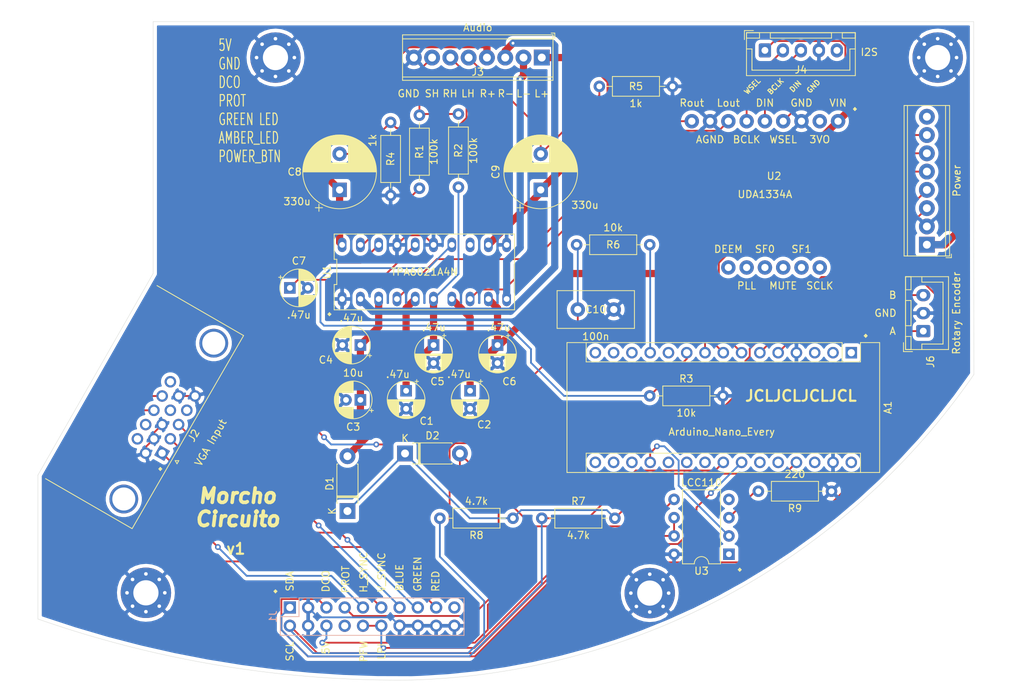
<source format=kicad_pcb>
(kicad_pcb (version 20171130) (host pcbnew "(5.1.10)-1")
  (layers (0 F.Cu signal) (31 B.Cu signal) (34 B.Paste user) (35 F.Paste user) (36 B.SilkS user) (37 F.SilkS user) (38 B.Mask user) (39 F.Mask user) (44 Edge.Cuts user))
  (net 0 "")
  (net 1 GND)
  (net 2 5V_TRICKLE)
  (net 3 "Net-(A1-Pad12)")
  (net 4 "Net-(C1-Pad1)")
  (net 5 "Net-(C2-Pad1)")
  (net 6 "Net-(C7-Pad1)")
  (net 7 RHEAD)
  (net 8 RSPKR+)
  (net 9 LHEAD)
  (net 10 LSPKR+)
  (net 11 VOLUME)
  (net 12 SHEAD)
  (net 13 LSPKR-)
  (net 14 RSPKR-)
  (net 15 "Net-(R1-Pad2)")
  (net 16 LIN)
  (net 17 RIN)
  (net 18 LPIACT)
  (net 19 GREEN_LED)
  (net 20 AMBER_LED)
  (net 21 POWER_BTN)
  (net 22 IVAD_SDA)
  (net 23 ROT_A)
  (net 24 IVAD_SCL)
  (net 25 ROT_B)
  (net 26 AMP_ACTIVE)
  (net 27 5V_MCU)
  (net 28 5V_PSU)
  (net 29 RED)
  (net 30 GREEN)
  (net 31 BLUE)
  (net 32 V_SYNC)
  (net 33 H_SYNC)
  (net 34 PROT)
  (net 35 DCO)
  (net 36 I2S_DIN)
  (net 37 I2S_BCLK)
  (net 38 I2S_WSEL)
  (net 39 POWER_EN)
  (net 40 "Net-(R9-Pad2)")
  (module Resistor_THT:R_Axial_DIN0207_L6.3mm_D2.5mm_P10.16mm_Horizontal (layer F.Cu) (at 186.25 112.25 180)
    (fp_text reference R9 (at 5.08 -2.37) (layer F.SilkS))
    (fp_text value 220 (at 5.08 2.37) (layer F.SilkS))
    (pad 2 thru_hole oval (at 10.16 0 180) (size 1.6 1.6) (drill 0.8) (layers *.Cu *.Mask) (net 40 "Net-(R9-Pad2)"))
    (pad 1 thru_hole circle (at 0 0 180) (size 1.6 1.6) (drill 0.8) (layers *.Cu *.Mask) (net 1 GND))
  )
  (module Package_DIP:DIP-8_W7.62mm (layer F.Cu) (at 172 121 180)
    (fp_text reference U3 (at 3.81 -2.33) (layer F.SilkS))
    (fp_text value LCC110 (at 3.81 9.95) (layer F.SilkS))
    (pad 8 thru_hole oval (at 7.62 0 180) (size 1.6 1.6) (drill 0.8) (layers *.Cu *.Mask) (net 1 GND))
    (pad 4 thru_hole oval (at 0 7.62 180) (size 1.6 1.6) (drill 0.8) (layers *.Cu *.Mask))
    (pad 7 thru_hole oval (at 7.62 2.54 180) (size 1.6 1.6) (drill 0.8) (layers *.Cu *.Mask) (net 18 LPIACT))
    (pad 3 thru_hole oval (at 0 5.08 180) (size 1.6 1.6) (drill 0.8) (layers *.Cu *.Mask) (net 40 "Net-(R9-Pad2)"))
    (pad 6 thru_hole oval (at 7.62 5.08 180) (size 1.6 1.6) (drill 0.8) (layers *.Cu *.Mask) (net 18 LPIACT))
    (pad 2 thru_hole oval (at 0 2.54 180) (size 1.6 1.6) (drill 0.8) (layers *.Cu *.Mask) (net 39 POWER_EN))
    (pad 5 thru_hole oval (at 7.62 7.62 180) (size 1.6 1.6) (drill 0.8) (layers *.Cu *.Mask) (net 2 5V_TRICKLE))
    (pad 1 thru_hole rect (at 0 0 180) (size 1.6 1.6) (drill 0.8) (layers *.Cu *.Mask))
  )
  (module Connector_Dsub:DSUB-15-HD_Female_Horizontal_P2.29x1.98mm_EdgePinOffset8.35mm_Housed_MountingHolesOffset10.89mm (layer F.Cu) (at 93.25 106.95 240)
    (fp_text reference J2 (at -4.315 -2.58 60) (layer F.SilkS))
    (fp_text value "VGA Input" (at -4.630737 -5.120671 60) (layer F.SilkS))
    (pad 0 thru_hole circle (at 8.185 1.42 240) (size 4 4) (drill 3.2) (layers *.Cu *.Mask))
    (pad 0 thru_hole circle (at -16.815 1.42 240) (size 4 4) (drill 3.2) (layers *.Cu *.Mask))
    (pad 15 thru_hole circle (at -9.16 3.96 240) (size 1.6 1.6) (drill 1) (layers *.Cu *.Mask))
    (pad 14 thru_hole circle (at -6.87 3.96 240) (size 1.6 1.6) (drill 1) (layers *.Cu *.Mask) (net 32 V_SYNC))
    (pad 13 thru_hole circle (at -4.58 3.96 240) (size 1.6 1.6) (drill 1) (layers *.Cu *.Mask) (net 33 H_SYNC))
    (pad 12 thru_hole circle (at -2.29 3.96 240) (size 1.6 1.6) (drill 1) (layers *.Cu *.Mask))
    (pad 11 thru_hole circle (at 0 3.96 240) (size 1.6 1.6) (drill 1) (layers *.Cu *.Mask))
    (pad 10 thru_hole circle (at -8.015 1.98 240) (size 1.6 1.6) (drill 1) (layers *.Cu *.Mask) (net 1 GND))
    (pad 9 thru_hole circle (at -5.725 1.98 240) (size 1.6 1.6) (drill 1) (layers *.Cu *.Mask))
    (pad 8 thru_hole circle (at -3.435 1.98 240) (size 1.6 1.6) (drill 1) (layers *.Cu *.Mask) (net 1 GND))
    (pad 7 thru_hole circle (at -1.145 1.98 240) (size 1.6 1.6) (drill 1) (layers *.Cu *.Mask) (net 1 GND))
    (pad 6 thru_hole circle (at 1.145 1.98 240) (size 1.6 1.6) (drill 1) (layers *.Cu *.Mask) (net 1 GND))
    (pad 5 thru_hole circle (at -9.16 0 240) (size 1.6 1.6) (drill 1) (layers *.Cu *.Mask) (net 1 GND))
    (pad 4 thru_hole circle (at -6.87 0 240) (size 1.6 1.6) (drill 1) (layers *.Cu *.Mask))
    (pad 3 thru_hole circle (at -4.58 0 240) (size 1.6 1.6) (drill 1) (layers *.Cu *.Mask) (net 31 BLUE))
    (pad 2 thru_hole circle (at -2.29 0 240) (size 1.6 1.6) (drill 1) (layers *.Cu *.Mask) (net 30 GREEN))
    (pad 1 thru_hole rect (at 0 0 240) (size 1.6 1.6) (drill 1) (layers *.Cu *.Mask) (net 29 RED))
  )
  (module MiSTer-G3:UDA1334_Breakout (layer F.Cu) (at 177 71 180)
    (fp_text reference U2 (at -1.27 2.54 180) (layer F.SilkS))
    (fp_text value UDA1334A (at 0 0) (layer F.SilkS))
    (fp_text user DEEM (at 5.08 -7.62) (layer F.SilkS))
    (fp_text user PLL (at 2.54 -12.7) (layer F.SilkS))
    (fp_text user SF0 (at 0 -7.62) (layer F.SilkS))
    (fp_text user MUTE (at -2.54 -12.7) (layer F.SilkS))
    (fp_text user SF1 (at -5.08 -7.62) (layer F.SilkS))
    (fp_text user SCLK (at -7.62 -12.7) (layer F.SilkS))
    (fp_text user Rout (at 10.16 12.7) (layer F.SilkS))
    (fp_text user AGND (at 7.62 7.62) (layer F.SilkS))
    (fp_text user Lout (at 5.08 12.7) (layer F.SilkS))
    (fp_text user BCLK (at 2.54 7.62) (layer F.SilkS))
    (fp_text user DIN (at 0 12.7) (layer F.SilkS))
    (fp_text user WSEL (at -2.54 7.62) (layer F.SilkS))
    (fp_text user GND (at -5.08 12.7) (layer F.SilkS))
    (fp_text user 3VO (at -7.62 7.62) (layer F.SilkS))
    (fp_text user VIN (at -10.16 12.7) (layer F.SilkS))
    (pad 9 thru_hole circle (at 10.16 10.16 180) (size 2 2) (drill 1) (layers *.Cu *.Mask) (net 17 RIN))
    (pad 8 thru_hole circle (at 7.62 10.16 180) (size 2 2) (drill 1) (layers *.Cu *.Mask) (net 1 GND))
    (pad 7 thru_hole circle (at 5.08 10.16 180) (size 2 2) (drill 1) (layers *.Cu *.Mask) (net 16 LIN))
    (pad 12 thru_hole circle (at 5.08 -10.16 180) (size 2 2) (drill 1) (layers *.Cu *.Mask))
    (pad 6 thru_hole circle (at 2.54 10.16 180) (size 2 2) (drill 1) (layers *.Cu *.Mask) (net 37 I2S_BCLK))
    (pad 13 thru_hole circle (at 2.54 -10.16 180) (size 2 2) (drill 1) (layers *.Cu *.Mask))
    (pad 5 thru_hole circle (at 0 10.16 180) (size 2 2) (drill 1) (layers *.Cu *.Mask) (net 36 I2S_DIN))
    (pad 14 thru_hole circle (at 0 -10.16 180) (size 2 2) (drill 1) (layers *.Cu *.Mask))
    (pad 4 thru_hole circle (at -2.54 10.16 180) (size 2 2) (drill 1) (layers *.Cu *.Mask) (net 38 I2S_WSEL))
    (pad 15 thru_hole circle (at -2.54 -10.16 180) (size 2 2) (drill 1) (layers *.Cu *.Mask))
    (pad 3 thru_hole circle (at -5.08 10.16 180) (size 2 2) (drill 1) (layers *.Cu *.Mask) (net 1 GND))
    (pad 16 thru_hole circle (at -5.08 -10.16 180) (size 2 2) (drill 1) (layers *.Cu *.Mask))
    (pad 2 thru_hole circle (at -7.62 10.16 180) (size 2 2) (drill 1) (layers *.Cu *.Mask))
    (pad 17 thru_hole circle (at -7.62 -10.16 180) (size 2 2) (drill 1) (layers *.Cu *.Mask))
    (pad 1 thru_hole circle (at -10.16 10.16 180) (size 2 2) (drill 1) (layers *.Cu *.Mask) (net 28 5V_PSU))
  )
  (module Resistor_THT:R_Axial_DIN0207_L6.3mm_D2.5mm_P10.16mm_Horizontal (layer F.Cu) (at 142 116 180)
    (fp_text reference R8 (at 5.08 -2.37) (layer F.SilkS))
    (fp_text value 4.7k (at 5.08 2.37) (layer F.SilkS))
    (pad 2 thru_hole oval (at 10.16 0 180) (size 1.6 1.6) (drill 0.8) (layers *.Cu *.Mask) (net 24 IVAD_SCL))
    (pad 1 thru_hole circle (at 0 0 180) (size 1.6 1.6) (drill 0.8) (layers *.Cu *.Mask) (net 27 5V_MCU))
  )
  (module Resistor_THT:R_Axial_DIN0207_L6.3mm_D2.5mm_P10.16mm_Horizontal (layer F.Cu) (at 146 116)
    (fp_text reference R7 (at 5.08 -2.37) (layer F.SilkS))
    (fp_text value 4.7k (at 5.08 2.37) (layer F.SilkS))
    (pad 2 thru_hole oval (at 10.16 0) (size 1.6 1.6) (drill 0.8) (layers *.Cu *.Mask) (net 27 5V_MCU))
    (pad 1 thru_hole circle (at 0 0) (size 1.6 1.6) (drill 0.8) (layers *.Cu *.Mask) (net 22 IVAD_SDA))
  )
  (module Resistor_THT:R_Axial_DIN0207_L6.3mm_D2.5mm_P10.16mm_Horizontal (layer F.Cu) (at 161 78 180)
    (fp_text reference R6 hide)
    (fp_text value 10k (at 5.08 2.37) (layer F.SilkS))
    (fp_text user %R (at 5.08 0) (layer F.SilkS))
    (pad 2 thru_hole oval (at 10.16 0 180) (size 1.6 1.6) (drill 0.8) (layers *.Cu *.Mask) (net 11 VOLUME))
    (pad 1 thru_hole circle (at 0 0 180) (size 1.6 1.6) (drill 0.8) (layers *.Cu *.Mask) (net 3 "Net-(A1-Pad12)"))
  )
  (module Resistor_THT:R_Axial_DIN0207_L6.3mm_D2.5mm_P10.16mm_Horizontal (layer F.Cu) (at 154 56)
    (fp_text reference R5 hide)
    (fp_text value 1k (at 5.08 2.37) (layer F.SilkS))
    (fp_text user %R (at 5.08 0) (layer F.SilkS))
    (pad 2 thru_hole oval (at 10.16 0) (size 1.6 1.6) (drill 0.8) (layers *.Cu *.Mask) (net 1 GND))
    (pad 1 thru_hole circle (at 0 0) (size 1.6 1.6) (drill 0.8) (layers *.Cu *.Mask) (net 9 LHEAD))
  )
  (module Resistor_THT:R_Axial_DIN0207_L6.3mm_D2.5mm_P10.16mm_Horizontal (layer F.Cu) (at 125 61 270)
    (fp_text reference R4 hide)
    (fp_text value 1k (at 2.5 2.5 90) (layer F.SilkS))
    (fp_text user %R (at 5.08 0 90) (layer F.SilkS))
    (pad 2 thru_hole oval (at 10.16 0 270) (size 1.6 1.6) (drill 0.8) (layers *.Cu *.Mask) (net 1 GND))
    (pad 1 thru_hole circle (at 0 0 270) (size 1.6 1.6) (drill 0.8) (layers *.Cu *.Mask) (net 7 RHEAD))
  )
  (module Resistor_THT:R_Axial_DIN0207_L6.3mm_D2.5mm_P10.16mm_Horizontal (layer F.Cu) (at 161 99)
    (fp_text reference R3 (at 5.08 -2.37) (layer F.SilkS))
    (fp_text value 10k (at 5.08 2.37) (layer F.SilkS))
    (pad 2 thru_hole oval (at 10.16 0) (size 1.6 1.6) (drill 0.8) (layers *.Cu *.Mask) (net 1 GND))
    (pad 1 thru_hole circle (at 0 0) (size 1.6 1.6) (drill 0.8) (layers *.Cu *.Mask) (net 26 AMP_ACTIVE))
  )
  (module Resistor_THT:R_Axial_DIN0207_L6.3mm_D2.5mm_P10.16mm_Horizontal (layer F.Cu) (at 134.42 70 90)
    (fp_text reference R2 hide)
    (fp_text value 100k (at 5.08 2.08 90) (layer F.SilkS))
    (fp_text user %R (at 5.08 0 90) (layer F.SilkS))
    (pad 2 thru_hole oval (at 10.16 0 90) (size 1.6 1.6) (drill 0.8) (layers *.Cu *.Mask) (net 12 SHEAD))
    (pad 1 thru_hole circle (at 0 0 90) (size 1.6 1.6) (drill 0.8) (layers *.Cu *.Mask) (net 28 5V_PSU))
  )
  (module Resistor_THT:R_Axial_DIN0207_L6.3mm_D2.5mm_P10.16mm_Horizontal (layer F.Cu) (at 129 60 270)
    (fp_text reference R1 hide)
    (fp_text value 100k (at 5.08 -2 90) (layer F.SilkS))
    (fp_text user %R (at 5.08 0 90) (layer F.SilkS))
    (pad 2 thru_hole oval (at 10.16 0 270) (size 1.6 1.6) (drill 0.8) (layers *.Cu *.Mask) (net 15 "Net-(R1-Pad2)"))
    (pad 1 thru_hole circle (at 0 0 270) (size 1.6 1.6) (drill 0.8) (layers *.Cu *.Mask) (net 12 SHEAD))
  )
  (module Connector_JST:JST_XH_B3B-XH-A_1x03_P2.50mm_Vertical (layer F.Cu) (at 199 90 90)
    (fp_text reference J6 (at -4.25 1 90) (layer F.SilkS))
    (fp_text value "Rotary Encoder" (at 2.5 4.6 90) (layer F.SilkS))
    (pad 3 thru_hole oval (at 5 0 90) (size 1.7 1.95) (drill 0.95) (layers *.Cu *.Mask) (net 25 ROT_B))
    (pad 2 thru_hole oval (at 2.5 0 90) (size 1.7 1.95) (drill 0.95) (layers *.Cu *.Mask) (net 1 GND))
    (pad 1 thru_hole roundrect (at 0 0 90) (size 1.7 1.95) (drill 0.95) (layers *.Cu *.Mask) (roundrect_rratio 0.1470588235294118) (net 23 ROT_A))
  )
  (module TerminalBlock_Phoenix:TerminalBlock_Phoenix_MPT-0,5-8-2.54_1x08_P2.54mm_Horizontal (layer F.Cu) (at 199.5 78 90)
    (fp_text reference J5 hide)
    (fp_text value Power (at 8.89 4.16 90) (layer F.SilkS))
    (pad 8 thru_hole circle (at 17.78 0 90) (size 2.2 2.2) (drill 1.1) (layers *.Cu *.Mask))
    (pad 7 thru_hole circle (at 15.24 0 90) (size 2.2 2.2) (drill 1.1) (layers *.Cu *.Mask) (net 21 POWER_BTN))
    (pad 6 thru_hole circle (at 12.7 0 90) (size 2.2 2.2) (drill 1.1) (layers *.Cu *.Mask) (net 20 AMBER_LED))
    (pad 5 thru_hole circle (at 10.16 0 90) (size 2.2 2.2) (drill 1.1) (layers *.Cu *.Mask) (net 19 GREEN_LED))
    (pad 4 thru_hole circle (at 7.62 0 90) (size 2.2 2.2) (drill 1.1) (layers *.Cu *.Mask) (net 34 PROT))
    (pad 3 thru_hole circle (at 5.08 0 90) (size 2.2 2.2) (drill 1.1) (layers *.Cu *.Mask) (net 35 DCO))
    (pad 2 thru_hole circle (at 2.54 0 90) (size 2.2 2.2) (drill 1.1) (layers *.Cu *.Mask) (net 1 GND))
    (pad 1 thru_hole rect (at 0 0 90) (size 2.2 2.2) (drill 1.1) (layers *.Cu *.Mask) (net 28 5V_PSU))
  )
  (module Connector_JST:JST_XH_B5B-XH-A_1x05_P2.50mm_Vertical (layer F.Cu) (at 177 51)
    (fp_text reference J4 hide)
    (fp_text value I2S (at 14.5 0.25) (layer F.SilkS))
    (fp_text user %R (at 5 2.7) (layer F.SilkS))
    (pad 5 thru_hole oval (at 10 0) (size 1.7 1.95) (drill 0.95) (layers *.Cu *.Mask))
    (pad 4 thru_hole oval (at 7.5 0) (size 1.7 1.95) (drill 0.95) (layers *.Cu *.Mask) (net 1 GND))
    (pad 3 thru_hole oval (at 5 0) (size 1.7 1.95) (drill 0.95) (layers *.Cu *.Mask) (net 36 I2S_DIN))
    (pad 2 thru_hole oval (at 2.5 0) (size 1.7 1.95) (drill 0.95) (layers *.Cu *.Mask) (net 37 I2S_BCLK))
    (pad 1 thru_hole roundrect (at 0 0) (size 1.7 1.95) (drill 0.95) (layers *.Cu *.Mask) (roundrect_rratio 0.1470588235294118) (net 38 I2S_WSEL))
  )
  (module TerminalBlock_Phoenix:TerminalBlock_Phoenix_MPT-0,5-8-2.54_1x08_P2.54mm_Horizontal (layer F.Cu) (at 146 52 180)
    (fp_text reference J3 (at 8.89 -2) (layer F.SilkS))
    (fp_text value Audio (at 8.89 4.16) (layer F.SilkS))
    (pad 8 thru_hole circle (at 17.78 0 180) (size 2.2 2.2) (drill 1.1) (layers *.Cu *.Mask) (net 1 GND))
    (pad 7 thru_hole circle (at 15.24 0 180) (size 2.2 2.2) (drill 1.1) (layers *.Cu *.Mask) (net 12 SHEAD))
    (pad 6 thru_hole circle (at 12.7 0 180) (size 2.2 2.2) (drill 1.1) (layers *.Cu *.Mask) (net 7 RHEAD))
    (pad 5 thru_hole circle (at 10.16 0 180) (size 2.2 2.2) (drill 1.1) (layers *.Cu *.Mask) (net 9 LHEAD))
    (pad 4 thru_hole circle (at 7.62 0 180) (size 2.2 2.2) (drill 1.1) (layers *.Cu *.Mask) (net 8 RSPKR+))
    (pad 3 thru_hole circle (at 5.08 0 180) (size 2.2 2.2) (drill 1.1) (layers *.Cu *.Mask) (net 14 RSPKR-))
    (pad 2 thru_hole circle (at 2.54 0 180) (size 2.2 2.2) (drill 1.1) (layers *.Cu *.Mask) (net 13 LSPKR-))
    (pad 1 thru_hole rect (at 0 0 180) (size 2.2 2.2) (drill 1.1) (layers *.Cu *.Mask) (net 10 LSPKR+))
  )
  (module Connector_PinHeader_2.54mm:PinHeader_2x10_P2.54mm_Vertical (layer B.Cu) (at 111 128.4 270)
    (fp_text reference J1 (at 1.27 2.33 270) (layer B.SilkS) (effects (justify mirror)))
    (fp_text value "Apple J20")
    (pad 20 thru_hole oval (at 2.54 -22.86 270) (size 1.7 1.7) (drill 1) (layers *.Cu *.Mask) (net 1 GND))
    (pad 19 thru_hole oval (at 0 -22.86 270) (size 1.7 1.7) (drill 1) (layers *.Cu *.Mask))
    (pad 18 thru_hole oval (at 2.54 -20.32 270) (size 1.7 1.7) (drill 1) (layers *.Cu *.Mask) (net 1 GND))
    (pad 17 thru_hole oval (at 0 -20.32 270) (size 1.7 1.7) (drill 1) (layers *.Cu *.Mask) (net 29 RED))
    (pad 16 thru_hole oval (at 2.54 -17.78 270) (size 1.7 1.7) (drill 1) (layers *.Cu *.Mask) (net 1 GND))
    (pad 15 thru_hole oval (at 0 -17.78 270) (size 1.7 1.7) (drill 1) (layers *.Cu *.Mask) (net 30 GREEN))
    (pad 14 thru_hole oval (at 2.54 -15.24 270) (size 1.7 1.7) (drill 1) (layers *.Cu *.Mask) (net 1 GND))
    (pad 13 thru_hole oval (at 0 -15.24 270) (size 1.7 1.7) (drill 1) (layers *.Cu *.Mask) (net 31 BLUE))
    (pad 12 thru_hole oval (at 2.54 -12.7 270) (size 1.7 1.7) (drill 1) (layers *.Cu *.Mask) (net 18 LPIACT))
    (pad 11 thru_hole oval (at 0 -12.7 270) (size 1.7 1.7) (drill 1) (layers *.Cu *.Mask) (net 32 V_SYNC))
    (pad 10 thru_hole oval (at 2.54 -10.16 270) (size 1.7 1.7) (drill 1) (layers *.Cu *.Mask) (net 18 LPIACT))
    (pad 9 thru_hole oval (at 0 -10.16 270) (size 1.7 1.7) (drill 1) (layers *.Cu *.Mask) (net 33 H_SYNC))
    (pad 8 thru_hole oval (at 2.54 -7.62 270) (size 1.7 1.7) (drill 1) (layers *.Cu *.Mask))
    (pad 7 thru_hole oval (at 0 -7.62 270) (size 1.7 1.7) (drill 1) (layers *.Cu *.Mask) (net 34 PROT))
    (pad 6 thru_hole oval (at 2.54 -5.08 270) (size 1.7 1.7) (drill 1) (layers *.Cu *.Mask) (net 2 5V_TRICKLE))
    (pad 5 thru_hole oval (at 0 -5.08 270) (size 1.7 1.7) (drill 1) (layers *.Cu *.Mask) (net 35 DCO))
    (pad 4 thru_hole oval (at 2.54 -2.54 270) (size 1.7 1.7) (drill 1) (layers *.Cu *.Mask) (net 1 GND))
    (pad 3 thru_hole oval (at 0 -2.54 270) (size 1.7 1.7) (drill 1) (layers *.Cu *.Mask) (net 1 GND))
    (pad 2 thru_hole oval (at 2.54 0 270) (size 1.7 1.7) (drill 1) (layers *.Cu *.Mask) (net 24 IVAD_SCL))
    (pad 1 thru_hole rect (at 0 0 270) (size 1.7 1.7) (drill 1) (layers *.Cu *.Mask) (net 22 IVAD_SDA))
  )
  (module MountingHole:MountingHole_3.5mm_Pad_Via (layer F.Cu) (at 109 52)
    (fp_text reference H4 hide)
    (fp_text value MountingHole_Pad)
    (pad 1 thru_hole circle (at 1.856155 -1.856155) (size 0.8 0.8) (drill 0.5) (layers *.Cu *.Mask) (net 1 GND))
    (pad 1 thru_hole circle (at 0 -2.625) (size 0.8 0.8) (drill 0.5) (layers *.Cu *.Mask) (net 1 GND))
    (pad 1 thru_hole circle (at -1.856155 -1.856155) (size 0.8 0.8) (drill 0.5) (layers *.Cu *.Mask) (net 1 GND))
    (pad 1 thru_hole circle (at -2.625 0) (size 0.8 0.8) (drill 0.5) (layers *.Cu *.Mask) (net 1 GND))
    (pad 1 thru_hole circle (at -1.856155 1.856155) (size 0.8 0.8) (drill 0.5) (layers *.Cu *.Mask) (net 1 GND))
    (pad 1 thru_hole circle (at 0 2.625) (size 0.8 0.8) (drill 0.5) (layers *.Cu *.Mask) (net 1 GND))
    (pad 1 thru_hole circle (at 1.856155 1.856155) (size 0.8 0.8) (drill 0.5) (layers *.Cu *.Mask) (net 1 GND))
    (pad 1 thru_hole circle (at 2.625 0) (size 0.8 0.8) (drill 0.5) (layers *.Cu *.Mask) (net 1 GND))
    (pad 1 thru_hole circle (at 0 0) (size 7 7) (drill 3.5) (layers *.Cu *.Mask) (net 1 GND))
  )
  (module MountingHole:MountingHole_3.5mm_Pad_Via (layer F.Cu) (at 201 52)
    (fp_text reference H3 hide)
    (fp_text value MountingHole_Pad)
    (pad 1 thru_hole circle (at 1.856155 -1.856155) (size 0.8 0.8) (drill 0.5) (layers *.Cu *.Mask) (net 1 GND))
    (pad 1 thru_hole circle (at 0 -2.625) (size 0.8 0.8) (drill 0.5) (layers *.Cu *.Mask) (net 1 GND))
    (pad 1 thru_hole circle (at -1.856155 -1.856155) (size 0.8 0.8) (drill 0.5) (layers *.Cu *.Mask) (net 1 GND))
    (pad 1 thru_hole circle (at -2.625 0) (size 0.8 0.8) (drill 0.5) (layers *.Cu *.Mask) (net 1 GND))
    (pad 1 thru_hole circle (at -1.856155 1.856155) (size 0.8 0.8) (drill 0.5) (layers *.Cu *.Mask) (net 1 GND))
    (pad 1 thru_hole circle (at 0 2.625) (size 0.8 0.8) (drill 0.5) (layers *.Cu *.Mask) (net 1 GND))
    (pad 1 thru_hole circle (at 1.856155 1.856155) (size 0.8 0.8) (drill 0.5) (layers *.Cu *.Mask) (net 1 GND))
    (pad 1 thru_hole circle (at 2.625 0) (size 0.8 0.8) (drill 0.5) (layers *.Cu *.Mask) (net 1 GND))
    (pad 1 thru_hole circle (at 0 0) (size 7 7) (drill 3.5) (layers *.Cu *.Mask) (net 1 GND))
  )
  (module MountingHole:MountingHole_3.5mm_Pad_Via (layer F.Cu) (at 91 126.36)
    (fp_text reference H2 hide)
    (fp_text value MountingHole_Pad)
    (pad 1 thru_hole circle (at 1.856155 -1.856155) (size 0.8 0.8) (drill 0.5) (layers *.Cu *.Mask) (net 1 GND))
    (pad 1 thru_hole circle (at 0 -2.625) (size 0.8 0.8) (drill 0.5) (layers *.Cu *.Mask) (net 1 GND))
    (pad 1 thru_hole circle (at -1.856155 -1.856155) (size 0.8 0.8) (drill 0.5) (layers *.Cu *.Mask) (net 1 GND))
    (pad 1 thru_hole circle (at -2.625 0) (size 0.8 0.8) (drill 0.5) (layers *.Cu *.Mask) (net 1 GND))
    (pad 1 thru_hole circle (at -1.856155 1.856155) (size 0.8 0.8) (drill 0.5) (layers *.Cu *.Mask) (net 1 GND))
    (pad 1 thru_hole circle (at 0 2.625) (size 0.8 0.8) (drill 0.5) (layers *.Cu *.Mask) (net 1 GND))
    (pad 1 thru_hole circle (at 1.856155 1.856155) (size 0.8 0.8) (drill 0.5) (layers *.Cu *.Mask) (net 1 GND))
    (pad 1 thru_hole circle (at 2.625 0) (size 0.8 0.8) (drill 0.5) (layers *.Cu *.Mask) (net 1 GND))
    (pad 1 thru_hole circle (at 0 0) (size 7 7) (drill 3.5) (layers *.Cu *.Mask) (net 1 GND))
  )
  (module MountingHole:MountingHole_3.5mm_Pad_Via (layer F.Cu) (at 161 126.4)
    (fp_text reference H1 hide)
    (fp_text value MountingHole_Pad)
    (pad 1 thru_hole circle (at 1.856155 -1.856155) (size 0.8 0.8) (drill 0.5) (layers *.Cu *.Mask) (net 1 GND))
    (pad 1 thru_hole circle (at 0 -2.625) (size 0.8 0.8) (drill 0.5) (layers *.Cu *.Mask) (net 1 GND))
    (pad 1 thru_hole circle (at -1.856155 -1.856155) (size 0.8 0.8) (drill 0.5) (layers *.Cu *.Mask) (net 1 GND))
    (pad 1 thru_hole circle (at -2.625 0) (size 0.8 0.8) (drill 0.5) (layers *.Cu *.Mask) (net 1 GND))
    (pad 1 thru_hole circle (at -1.856155 1.856155) (size 0.8 0.8) (drill 0.5) (layers *.Cu *.Mask) (net 1 GND))
    (pad 1 thru_hole circle (at 0 2.625) (size 0.8 0.8) (drill 0.5) (layers *.Cu *.Mask) (net 1 GND))
    (pad 1 thru_hole circle (at 1.856155 1.856155) (size 0.8 0.8) (drill 0.5) (layers *.Cu *.Mask) (net 1 GND))
    (pad 1 thru_hole circle (at 2.625 0) (size 0.8 0.8) (drill 0.5) (layers *.Cu *.Mask) (net 1 GND))
    (pad 1 thru_hole circle (at 0 0) (size 7 7) (drill 3.5) (layers *.Cu *.Mask) (net 1 GND))
  )
  (module Diode_THT:D_DO-41_SOD81_P7.62mm_Horizontal (layer F.Cu) (at 127 107)
    (fp_text reference D2 (at 3.81 -2.47) (layer F.SilkS))
    (fp_text value D_Schottky_ALT)
    (fp_text user K (at 0 -2.1) (layer F.SilkS))
    (pad 2 thru_hole oval (at 7.62 0) (size 2.2 2.2) (drill 1.1) (layers *.Cu *.Mask) (net 2 5V_TRICKLE))
    (pad 1 thru_hole rect (at 0 0) (size 2.2 2.2) (drill 1.1) (layers *.Cu *.Mask) (net 27 5V_MCU))
  )
  (module Diode_THT:D_DO-41_SOD81_P7.62mm_Horizontal (layer F.Cu) (at 119 115 90)
    (fp_text reference D1 (at 3.81 -2.47 90) (layer F.SilkS))
    (fp_text value D_Schottky_ALT)
    (fp_text user K (at 0 -2.1 90) (layer F.SilkS))
    (pad 2 thru_hole oval (at 7.62 0 90) (size 2.2 2.2) (drill 1.1) (layers *.Cu *.Mask) (net 28 5V_PSU))
    (pad 1 thru_hole rect (at 0 0 90) (size 2.2 2.2) (drill 1.1) (layers *.Cu *.Mask) (net 27 5V_MCU))
  )
  (module Capacitor_THT:C_Disc_D10.5mm_W5.0mm_P5.00mm (layer F.Cu) (at 151 87)
    (fp_text reference C10 hide)
    (fp_text value 100n (at 2.5 3.75) (layer F.SilkS))
    (fp_text user %R (at 2.5 0) (layer F.SilkS))
    (pad 2 thru_hole circle (at 5 0) (size 2 2) (drill 1) (layers *.Cu *.Mask) (net 1 GND))
    (pad 1 thru_hole circle (at 0 0) (size 2 2) (drill 1) (layers *.Cu *.Mask) (net 11 VOLUME))
  )
  (module Capacitor_THT:CP_Radial_D10.0mm_P5.00mm (layer F.Cu) (at 145.85 70.38 90)
    (fp_text reference C9 (at 2.5 -6.25 90) (layer F.SilkS))
    (fp_text value 330u (at -2.12 6.15 180) (layer F.SilkS))
    (pad 2 thru_hole circle (at 5 0 90) (size 2 2) (drill 1) (layers *.Cu *.Mask) (net 9 LHEAD))
    (pad 1 thru_hole rect (at 0 0 90) (size 2 2) (drill 1) (layers *.Cu *.Mask) (net 10 LSPKR+))
  )
  (module Capacitor_THT:CP_Radial_D10.0mm_P5.00mm (layer F.Cu) (at 117.91 70.38 90)
    (fp_text reference C8 (at 2.5 -6.25 180) (layer F.SilkS))
    (fp_text value 330u (at -1.62 -5.91 180) (layer F.SilkS))
    (pad 2 thru_hole circle (at 5 0 90) (size 2 2) (drill 1) (layers *.Cu *.Mask) (net 7 RHEAD))
    (pad 1 thru_hole rect (at 0 0 90) (size 2 2) (drill 1) (layers *.Cu *.Mask) (net 8 RSPKR+))
  )
  (module Capacitor_THT:CP_Radial_D5.0mm_P2.50mm (layer F.Cu) (at 111 84)
    (fp_text reference C7 (at 1.25 -3.75) (layer F.SilkS))
    (fp_text value .47u (at 1.25 3.75) (layer F.SilkS))
    (pad 2 thru_hole circle (at 2.5 0) (size 1.6 1.6) (drill 0.8) (layers *.Cu *.Mask) (net 1 GND))
    (pad 1 thru_hole rect (at 0 0) (size 1.6 1.6) (drill 0.8) (layers *.Cu *.Mask) (net 6 "Net-(C7-Pad1)"))
  )
  (module Capacitor_THT:CP_Radial_D5.0mm_P2.50mm (layer F.Cu) (at 139.85 91.94 270)
    (fp_text reference C6 (at 5.06 -1.65 180) (layer F.SilkS))
    (fp_text value .47u (at -2.44 -0.15 180) (layer F.SilkS))
    (pad 2 thru_hole circle (at 2.5 0 270) (size 1.6 1.6) (drill 0.8) (layers *.Cu *.Mask) (net 1 GND))
    (pad 1 thru_hole rect (at 0 0 270) (size 1.6 1.6) (drill 0.8) (layers *.Cu *.Mask) (net 28 5V_PSU))
  )
  (module Capacitor_THT:CP_Radial_D5.0mm_P2.50mm (layer F.Cu) (at 130.96 91.94 270)
    (fp_text reference C5 (at 5.06 -0.54 180) (layer F.SilkS))
    (fp_text value .47u (at -2.44 -0.04 180) (layer F.SilkS))
    (pad 2 thru_hole circle (at 2.5 0 270) (size 1.6 1.6) (drill 0.8) (layers *.Cu *.Mask) (net 1 GND))
    (pad 1 thru_hole rect (at 0 0 270) (size 1.6 1.6) (drill 0.8) (layers *.Cu *.Mask) (net 28 5V_PSU))
  )
  (module Capacitor_THT:CP_Radial_D5.0mm_P2.50mm (layer F.Cu) (at 120.8 91.94 180)
    (fp_text reference C4 (at 4.8 -2.06) (layer F.SilkS))
    (fp_text value .47u (at 1.25 3.75) (layer F.SilkS))
    (pad 2 thru_hole circle (at 2.5 0 180) (size 1.6 1.6) (drill 0.8) (layers *.Cu *.Mask) (net 1 GND))
    (pad 1 thru_hole rect (at 0 0 180) (size 1.6 1.6) (drill 0.8) (layers *.Cu *.Mask) (net 28 5V_PSU))
  )
  (module Capacitor_THT:CP_Radial_D5.0mm_P2.50mm (layer F.Cu) (at 136.04 98.29 270)
    (fp_text reference C2 (at 4.71 -1.96 180) (layer F.SilkS))
    (fp_text value .47u (at -2.29 1.54 180) (layer F.SilkS))
    (pad 2 thru_hole circle (at 2.5 0 270) (size 1.6 1.6) (drill 0.8) (layers *.Cu *.Mask) (net 1 GND))
    (pad 1 thru_hole rect (at 0 0 270) (size 1.6 1.6) (drill 0.8) (layers *.Cu *.Mask) (net 5 "Net-(C2-Pad1)"))
  )
  (module Capacitor_THT:CP_Radial_D5.0mm_P2.50mm (layer F.Cu) (at 127.15 98.29 270)
    (fp_text reference C1 (at 4.21 -2.85 180) (layer F.SilkS))
    (fp_text value .47u (at -2.29 1.15 180) (layer F.SilkS))
    (pad 2 thru_hole circle (at 2.5 0 270) (size 1.6 1.6) (drill 0.8) (layers *.Cu *.Mask) (net 1 GND))
    (pad 1 thru_hole rect (at 0 0 270) (size 1.6 1.6) (drill 0.8) (layers *.Cu *.Mask) (net 4 "Net-(C1-Pad1)"))
  )
  (module MiSTer-G3:TPA6021A4 (layer F.Cu) (at 129.69 81.78)
    (fp_text reference U1 (at -13.53 0 90) (layer F.SilkS))
    (fp_text value TPA6021A4N (at 0 0) (layer F.SilkS))
    (pad 10 thru_hole oval (at 11.43 3.76) (size 1.2 2) (drill 0.8) (layers *.Cu *.Mask) (net 13 LSPKR-))
    (pad 11 thru_hole oval (at 11.43 -3.76) (size 1.2 2) (drill 0.8) (layers *.Cu *.Mask) (net 1 GND))
    (pad 9 thru_hole oval (at 8.89 3.76) (size 1.2 2) (drill 0.8) (layers *.Cu *.Mask) (net 28 5V_PSU))
    (pad 12 thru_hole oval (at 8.89 -3.76) (size 1.2 2) (drill 0.8) (layers *.Cu *.Mask) (net 10 LSPKR+))
    (pad 8 thru_hole oval (at 6.35 3.76) (size 1.2 2) (drill 0.8) (layers *.Cu *.Mask) (net 16 LIN))
    (pad 13 thru_hole oval (at 6.35 -3.76) (size 1.2 2) (drill 0.8) (layers *.Cu *.Mask))
    (pad 7 thru_hole oval (at 3.81 3.76) (size 1.2 2) (drill 0.8) (layers *.Cu *.Mask) (net 5 "Net-(C2-Pad1)"))
    (pad 14 thru_hole oval (at 3.81 -3.76) (size 1.2 2) (drill 0.8) (layers *.Cu *.Mask) (net 26 AMP_ACTIVE))
    (pad 6 thru_hole oval (at 1.27 3.76) (size 1.2 2) (drill 0.8) (layers *.Cu *.Mask) (net 28 5V_PSU))
    (pad 15 thru_hole oval (at 1.27 -3.76) (size 1.2 2) (drill 0.8) (layers *.Cu *.Mask) (net 1 GND))
    (pad 5 thru_hole oval (at -1.27 3.76) (size 1.2 2) (drill 0.8) (layers *.Cu *.Mask) (net 4 "Net-(C1-Pad1)"))
    (pad 16 thru_hole oval (at -1.27 -3.76) (size 1.2 2) (drill 0.8) (layers *.Cu *.Mask) (net 6 "Net-(C7-Pad1)"))
    (pad 4 thru_hole oval (at -3.81 3.76) (size 1.2 2) (drill 0.8) (layers *.Cu *.Mask) (net 17 RIN))
    (pad 17 thru_hole oval (at -3.81 -3.76) (size 1.2 2) (drill 0.8) (layers *.Cu *.Mask) (net 1 GND))
    (pad 3 thru_hole oval (at -6.35 3.76) (size 1.2 2) (drill 0.8) (layers *.Cu *.Mask) (net 28 5V_PSU))
    (pad 18 thru_hole oval (at -6.35 -3.76) (size 1.2 2) (drill 0.8) (layers *.Cu *.Mask) (net 11 VOLUME))
    (pad 2 thru_hole oval (at -8.89 3.76) (size 1.2 2) (drill 0.8) (layers *.Cu *.Mask) (net 14 RSPKR-))
    (pad 19 thru_hole oval (at -8.89 -3.76) (size 1.2 2) (drill 0.8) (layers *.Cu *.Mask) (net 15 "Net-(R1-Pad2)"))
    (pad 1 thru_hole oval (at -11.43 3.76) (size 1.2 2) (drill 0.8) (layers *.Cu *.Mask) (net 1 GND))
    (pad 20 thru_hole oval (at -11.43 -3.76) (size 1.2 2) (drill 0.8) (layers *.Cu *.Mask) (net 8 RSPKR+))
  )
  (module Capacitor_THT:CP_Radial_D5.0mm_P2.00mm (layer F.Cu) (at 120.8 99.56 180)
    (fp_text reference C3 (at 1 -3.75) (layer F.SilkS))
    (fp_text value 10u (at 1 3.75) (layer F.SilkS))
    (pad 2 thru_hole circle (at 2 0 180) (size 1.6 1.6) (drill 0.8) (layers *.Cu *.Mask) (net 1 GND))
    (pad 1 thru_hole rect (at 0 0 180) (size 1.6 1.6) (drill 0.8) (layers *.Cu *.Mask) (net 28 5V_PSU))
  )
  (module Module:Arduino_Nano (layer F.Cu) (at 189 93 270)
    (fp_text reference A1 (at 7.62 -5.08 90) (layer F.SilkS))
    (fp_text value Arduino_Nano_Every (at 11 18) (layer F.SilkS))
    (pad 1 thru_hole rect (at 0 0 270) (size 1.6 1.6) (drill 1) (layers *.Cu *.Mask))
    (pad 17 thru_hole oval (at 15.24 33.02 270) (size 1.6 1.6) (drill 1) (layers *.Cu *.Mask))
    (pad 2 thru_hole oval (at 0 2.54 270) (size 1.6 1.6) (drill 1) (layers *.Cu *.Mask))
    (pad 18 thru_hole oval (at 15.24 30.48 270) (size 1.6 1.6) (drill 1) (layers *.Cu *.Mask))
    (pad 3 thru_hole oval (at 0 5.08 270) (size 1.6 1.6) (drill 1) (layers *.Cu *.Mask))
    (pad 19 thru_hole oval (at 15.24 27.94 270) (size 1.6 1.6) (drill 1) (layers *.Cu *.Mask) (net 39 POWER_EN))
    (pad 4 thru_hole oval (at 0 7.62 270) (size 1.6 1.6) (drill 1) (layers *.Cu *.Mask) (net 1 GND))
    (pad 20 thru_hole oval (at 15.24 25.4 270) (size 1.6 1.6) (drill 1) (layers *.Cu *.Mask))
    (pad 5 thru_hole oval (at 0 10.16 270) (size 1.6 1.6) (drill 1) (layers *.Cu *.Mask) (net 23 ROT_A))
    (pad 21 thru_hole oval (at 15.24 22.86 270) (size 1.6 1.6) (drill 1) (layers *.Cu *.Mask))
    (pad 6 thru_hole oval (at 0 12.7 270) (size 1.6 1.6) (drill 1) (layers *.Cu *.Mask) (net 25 ROT_B))
    (pad 22 thru_hole oval (at 15.24 20.32 270) (size 1.6 1.6) (drill 1) (layers *.Cu *.Mask))
    (pad 7 thru_hole oval (at 0 15.24 270) (size 1.6 1.6) (drill 1) (layers *.Cu *.Mask) (net 19 GREEN_LED))
    (pad 23 thru_hole oval (at 15.24 17.78 270) (size 1.6 1.6) (drill 1) (layers *.Cu *.Mask) (net 22 IVAD_SDA))
    (pad 8 thru_hole oval (at 0 17.78 270) (size 1.6 1.6) (drill 1) (layers *.Cu *.Mask) (net 20 AMBER_LED))
    (pad 24 thru_hole oval (at 15.24 15.24 270) (size 1.6 1.6) (drill 1) (layers *.Cu *.Mask) (net 24 IVAD_SCL))
    (pad 9 thru_hole oval (at 0 20.32 270) (size 1.6 1.6) (drill 1) (layers *.Cu *.Mask) (net 21 POWER_BTN))
    (pad 25 thru_hole oval (at 15.24 12.7 270) (size 1.6 1.6) (drill 1) (layers *.Cu *.Mask))
    (pad 10 thru_hole oval (at 0 22.86 270) (size 1.6 1.6) (drill 1) (layers *.Cu *.Mask) (net 26 AMP_ACTIVE))
    (pad 26 thru_hole oval (at 15.24 10.16 270) (size 1.6 1.6) (drill 1) (layers *.Cu *.Mask))
    (pad 11 thru_hole oval (at 0 25.4 270) (size 1.6 1.6) (drill 1) (layers *.Cu *.Mask))
    (pad 27 thru_hole oval (at 15.24 7.62 270) (size 1.6 1.6) (drill 1) (layers *.Cu *.Mask) (net 27 5V_MCU))
    (pad 12 thru_hole oval (at 0 27.94 270) (size 1.6 1.6) (drill 1) (layers *.Cu *.Mask) (net 3 "Net-(A1-Pad12)"))
    (pad 28 thru_hole oval (at 15.24 5.08 270) (size 1.6 1.6) (drill 1) (layers *.Cu *.Mask))
    (pad 13 thru_hole oval (at 0 30.48 270) (size 1.6 1.6) (drill 1) (layers *.Cu *.Mask))
    (pad 29 thru_hole oval (at 15.24 2.54 270) (size 1.6 1.6) (drill 1) (layers *.Cu *.Mask) (net 1 GND))
    (pad 14 thru_hole oval (at 0 33.02 270) (size 1.6 1.6) (drill 1) (layers *.Cu *.Mask))
    (pad 30 thru_hole oval (at 15.24 0 270) (size 1.6 1.6) (drill 1) (layers *.Cu *.Mask))
    (pad 15 thru_hole oval (at 0 35.56 270) (size 1.6 1.6) (drill 1) (layers *.Cu *.Mask))
    (pad 16 thru_hole oval (at 15.24 35.56 270) (size 1.6 1.6) (drill 1) (layers *.Cu *.Mask))
  )
  (gr_line (start 206.038751 96.026792) (end 206 47) (layer Edge.Cuts) (width 0.05))
  (gr_arc (start 125 40) (end 127.924249 138.47705) (angle -53.64076208) (layer Edge.Cuts) (width 0.05))
  (gr_text JCLJCLJCLJCL (at 182 99) (layer F.SilkS) (effects (font (size 1.5 1.5) (thickness 0.3))))
  (gr_text v1 (at 103.5 120.25) (layer F.SilkS) (effects (font (size 1.5 1.5) (thickness 0.3))))
  (gr_text "Morcho\nCircuito" (at 103.75 114.5) (layer F.SilkS) (effects (font (size 2 2) (thickness 0.5) italic)))
  (gr_text LPI (at 123.75 134.5 90) (layer F.SilkS) (effects (font (size 1 1))))
  (gr_text PFW (at 121.25 134.5 90) (layer F.SilkS) (effects (font (size 1 1))))
  (gr_text 5V (at 116 134 90) (layer F.SilkS) (effects (font (size 1 1))))
  (gr_text RED (at 131.25 124.75 90) (layer F.SilkS) (effects (font (size 1 1))))
  (gr_text GREEN (at 128.75 123.75 90) (layer F.SilkS) (effects (font (size 1 1))))
  (gr_text BLUE (at 126.25 124.25 90) (layer F.SilkS) (effects (font (size 1 1))))
  (gr_text V_SYNC (at 123.75 123.5 90) (layer F.SilkS) (effects (font (size 1 1))))
  (gr_text H_SYNC (at 121.25 123.5 90) (layer F.SilkS) (effects (font (size 1 1))))
  (gr_text PROT (at 118.75 124.5 90) (layer F.SilkS) (effects (font (size 1 1))))
  (gr_text DCO (at 116 124.75 90) (layer F.SilkS) (effects (font (size 1 1))))
  (gr_text SDA (at 111 124.75 90) (layer F.SilkS) (effects (font (size 1 1))))
  (gr_text SCL (at 111 134.5 90) (layer F.SilkS) (effects (font (size 1 1))))
  (gr_text A (at 194.75 90) (layer F.SilkS) (effects (font (size 1 1))))
  (gr_text GND (at 193.75 87.5) (layer F.SilkS) (effects (font (size 1 1))))
  (gr_text B (at 194.75 85) (layer F.SilkS) (effects (font (size 1 1))))
  (gr_text GND (at 183.75 56 45) (layer F.SilkS) (effects (font (size 0.7 0.7))))
  (gr_text DIN (at 181.25 56 45) (layer F.SilkS) (effects (font (size 0.7 0.7))))
  (gr_text BCLK (at 178.5 56 45) (layer F.SilkS) (effects (font (size 0.7 0.7))))
  (gr_text WSEL (at 175.25 56 45) (layer F.SilkS) (effects (font (size 0.7 0.7))))
  (gr_text GND (at 127.5 57) (layer F.SilkS) (effects (font (size 1 1))))
  (gr_text SH (at 130.75 57) (layer F.SilkS) (effects (font (size 1 1))))
  (gr_text RH (at 133.25 57) (layer F.SilkS) (effects (font (size 1 1))))
  (gr_text LH (at 135.75 57) (layer F.SilkS) (effects (font (size 1 1))))
  (gr_text R+ (at 138.5 57) (layer F.SilkS) (effects (font (size 1 1))))
  (gr_text R- (at 141 57) (layer F.SilkS) (effects (font (size 1 1))))
  (gr_text L- (at 143.5 57) (layer F.SilkS) (effects (font (size 1 1))))
  (gr_text L+ (at 146 57) (layer F.SilkS) (effects (font (size 1 1))))
  (gr_text . (at 189.5 57.5) (layer F.SilkS) (effects (font (size 4 4))))
  (gr_text . (at 93 107.5) (layer F.SilkS) (effects (font (size 4 4))))
  (gr_text . (at 109 124.5) (layer F.SilkS) (effects (font (size 4 4))))
  (gr_text . (at 173.5 121.5) (layer F.SilkS) (effects (font (size 4 4))))
  (gr_text . (at 191 89) (layer F.SilkS) (effects (font (size 4 4))))
  (gr_text . (at 116.5 86) (layer F.SilkS) (effects (font (size 4 4))))
  (gr_text "5V\nGND\nDCO\nPROT\nGREEN LED\nAMBER_LED\nPOWER_BTN" (at 101 58) (layer F.SilkS) (effects (font (size 1.6 1)) (justify left)))
  (gr_line (start 191 47) (end 206 47) (layer Edge.Cuts) (width 0.05))
  (gr_line (start 92 47) (end 191 47) (layer Edge.Cuts) (width 0.05))
  (gr_line (start 92 82) (end 92 47) (layer Edge.Cuts) (width 0.05))
  (gr_line (start 76 110) (end 92 82) (layer Edge.Cuts) (width 0.05))
  (gr_line (start 76 130) (end 76 110) (layer Edge.Cuts) (width 0.05))
  (gr_arc (start 126 -13) (end 76.000001 129.999999) (angle -20) (layer Edge.Cuts) (width 0.05))
  (segment (start 90.96277 106.113401) (end 92.10777 104.968401) (width 0.25) (layer F.Cu) (net 1))
  (segment (start 90.96277 106.951599) (end 90.96277 106.113401) (width 0.25) (layer F.Cu) (net 1))
  (segment (start 92.10777 104.130203) (end 93.25277 102.985203) (width 0.25) (layer F.Cu) (net 1))
  (segment (start 92.10777 104.968401) (end 92.10777 104.130203) (width 0.25) (layer F.Cu) (net 1))
  (segment (start 97.828401 99.018806) (end 97.83 99.017207) (width 0.25) (layer F.Cu) (net 1))
  (segment (start 95.54277 99.018806) (end 97.828401 99.018806) (width 0.25) (layer F.Cu) (net 1))
  (segment (start 114.904999 129.764999) (end 113.54 128.4) (width 0.25) (layer B.Cu) (net 1))
  (segment (start 125.064999 129.764999) (end 114.904999 129.764999) (width 0.25) (layer B.Cu) (net 1))
  (segment (start 126.24 130.94) (end 125.064999 129.764999) (width 0.25) (layer B.Cu) (net 1))
  (segment (start 130.96 78.02) (end 130.96 78.79) (width 0.25) (layer F.Cu) (net 1))
  (segment (start 127.20501 76.69499) (end 125.88 78.02) (width 0.25) (layer F.Cu) (net 1))
  (segment (start 129.63499 76.69499) (end 127.20501 76.69499) (width 0.25) (layer F.Cu) (net 1))
  (segment (start 130.96 78.02) (end 129.63499 76.69499) (width 0.25) (layer F.Cu) (net 1))
  (via (at 115.5 133.290011) (size 0.8) (drill 0.4) (layers F.Cu B.Cu) (net 2))
  (segment (start 116.08 132.710011) (end 115.5 133.290011) (width 0.25) (layer B.Cu) (net 2))
  (segment (start 116.08 130.94) (end 116.08 132.710011) (width 0.25) (layer B.Cu) (net 2))
  (segment (start 134.62 107) (end 134.62 109.62) (width 0.25) (layer F.Cu) (net 2))
  (segment (start 134.62 109.62) (end 140 115) (width 0.25) (layer F.Cu) (net 2))
  (segment (start 140 126.539002) (end 138.5 128.039002) (width 0.25) (layer F.Cu) (net 2))
  (segment (start 140 115) (end 140 126.539002) (width 0.25) (layer F.Cu) (net 2))
  (segment (start 138.5 128.039002) (end 138.5 131.5) (width 0.25) (layer F.Cu) (net 2))
  (segment (start 136.709989 133.290011) (end 115.5 133.290011) (width 0.25) (layer F.Cu) (net 2))
  (segment (start 138.5 131.5) (end 136.709989 133.290011) (width 0.25) (layer F.Cu) (net 2))
  (segment (start 144.745001 117.125001) (end 134.62 107) (width 0.25) (layer F.Cu) (net 2))
  (segment (start 160.634999 117.125001) (end 144.745001 117.125001) (width 0.25) (layer F.Cu) (net 2))
  (segment (start 164.38 113.38) (end 160.634999 117.125001) (width 0.25) (layer F.Cu) (net 2))
  (segment (start 161 92.94) (end 161.06 93) (width 0.25) (layer F.Cu) (net 3))
  (segment (start 161.06 78.06) (end 161 78) (width 0.25) (layer B.Cu) (net 3))
  (segment (start 161.06 93) (end 161.06 78.06) (width 0.25) (layer B.Cu) (net 3))
  (segment (start 127.15 86.81) (end 128.42 85.54) (width 1) (layer F.Cu) (net 4))
  (segment (start 127.15 98.29) (end 127.15 86.81) (width 1) (layer F.Cu) (net 4))
  (segment (start 136.04 88.08) (end 133.5 85.54) (width 1) (layer F.Cu) (net 5))
  (segment (start 136.04 98.29) (end 136.04 88.08) (width 1) (layer F.Cu) (net 5))
  (segment (start 112.125001 82.874999) (end 123.565001 82.874999) (width 0.25) (layer F.Cu) (net 6))
  (segment (start 123.565001 82.874999) (end 128.42 78.02) (width 0.25) (layer F.Cu) (net 6))
  (segment (start 111 84) (end 112.125001 82.874999) (width 0.25) (layer F.Cu) (net 6))
  (segment (start 120.62 65.38) (end 125 61) (width 0.25) (layer F.Cu) (net 7))
  (segment (start 117.91 65.38) (end 120.62 65.38) (width 0.25) (layer F.Cu) (net 7))
  (segment (start 135.545001 60.380001) (end 135.545001 54.245001) (width 0.25) (layer F.Cu) (net 7))
  (segment (start 135.545001 54.245001) (end 133.3 52) (width 0.25) (layer F.Cu) (net 7))
  (segment (start 134.125003 61.799999) (end 135.545001 60.380001) (width 0.25) (layer F.Cu) (net 7))
  (segment (start 125.799999 61.799999) (end 134.125003 61.799999) (width 0.25) (layer F.Cu) (net 7))
  (segment (start 125 61) (end 125.799999 61.799999) (width 0.25) (layer F.Cu) (net 7))
  (segment (start 116.209999 68.679999) (end 117.91 70.38) (width 1) (layer F.Cu) (net 8))
  (segment (start 116.209999 61.345999) (end 116.209999 68.679999) (width 1) (layer F.Cu) (net 8))
  (segment (start 127.355999 50.199999) (end 116.209999 61.345999) (width 1) (layer F.Cu) (net 8))
  (segment (start 138.135633 50.199999) (end 127.355999 50.199999) (width 1) (layer F.Cu) (net 8))
  (segment (start 138.38 50.444366) (end 138.135633 50.199999) (width 1) (layer F.Cu) (net 8))
  (segment (start 138.38 52) (end 138.38 50.444366) (width 1) (layer F.Cu) (net 8))
  (segment (start 117.91 77.67) (end 118.26 78.02) (width 1) (layer F.Cu) (net 8))
  (segment (start 117.91 70.38) (end 117.91 77.67) (width 1) (layer F.Cu) (net 8))
  (segment (start 154 57.23) (end 154 56) (width 0.25) (layer F.Cu) (net 9))
  (segment (start 145.85 65.38) (end 154 57.23) (width 0.25) (layer F.Cu) (net 9))
  (segment (start 145.85 62.01) (end 135.84 52) (width 0.25) (layer F.Cu) (net 9))
  (segment (start 145.85 65.38) (end 145.85 62.01) (width 0.25) (layer F.Cu) (net 9))
  (segment (start 145.85 70.75) (end 138.58 78.02) (width 1) (layer F.Cu) (net 10))
  (segment (start 145.85 70.38) (end 145.85 70.75) (width 1) (layer F.Cu) (net 10))
  (segment (start 155.500001 60.729999) (end 145.85 70.38) (width 1) (layer F.Cu) (net 10))
  (segment (start 155.500001 55.279999) (end 155.500001 60.729999) (width 1) (layer F.Cu) (net 10))
  (segment (start 152.220002 52) (end 155.500001 55.279999) (width 1) (layer F.Cu) (net 10))
  (segment (start 146 52) (end 152.220002 52) (width 1) (layer F.Cu) (net 10))
  (segment (start 150.84 86.84) (end 151 87) (width 0.25) (layer F.Cu) (net 11))
  (segment (start 151 78.16) (end 150.84 78) (width 0.25) (layer B.Cu) (net 11))
  (segment (start 151 87) (end 151 78.16) (width 0.25) (layer B.Cu) (net 11))
  (segment (start 151 87) (end 151 90) (width 0.25) (layer F.Cu) (net 11))
  (segment (start 151 90) (end 136.25 104.75) (width 0.25) (layer F.Cu) (net 11))
  (segment (start 136.25 104.75) (end 125.25 104.75) (width 0.25) (layer F.Cu) (net 11))
  (via (at 123 105.75) (size 0.8) (drill 0.4) (layers F.Cu B.Cu) (net 11))
  (segment (start 124.25 105.75) (end 123 105.75) (width 0.25) (layer F.Cu) (net 11))
  (segment (start 125.25 104.75) (end 124.25 105.75) (width 0.25) (layer F.Cu) (net 11))
  (via (at 115.75 104.75) (size 0.8) (drill 0.4) (layers F.Cu B.Cu) (net 11))
  (segment (start 116.75 105.75) (end 115.75 104.75) (width 0.25) (layer B.Cu) (net 11))
  (segment (start 123 105.75) (end 116.75 105.75) (width 0.25) (layer B.Cu) (net 11))
  (segment (start 115.75 104.75) (end 107.75 96.75) (width 0.25) (layer F.Cu) (net 11))
  (segment (start 107.75 96.75) (end 107.75 81.25) (width 0.25) (layer F.Cu) (net 11))
  (segment (start 107.75 81.25) (end 108.5 80.5) (width 0.25) (layer F.Cu) (net 11))
  (segment (start 120.86 80.5) (end 123.34 78.02) (width 0.25) (layer F.Cu) (net 11))
  (segment (start 108.5 80.5) (end 120.86 80.5) (width 0.25) (layer F.Cu) (net 11))
  (segment (start 129.16 59.84) (end 129 60) (width 0.25) (layer F.Cu) (net 12))
  (segment (start 134.42 59.84) (end 129.16 59.84) (width 0.25) (layer F.Cu) (net 12))
  (segment (start 129 53.76) (end 130.76 52) (width 0.25) (layer F.Cu) (net 12))
  (segment (start 129 60) (end 129 53.76) (width 0.25) (layer F.Cu) (net 12))
  (segment (start 143.46 54.54) (end 143 55) (width 1) (layer F.Cu) (net 13))
  (via (at 143 55) (size 0.8) (drill 0.4) (layers F.Cu B.Cu) (net 13))
  (segment (start 143.46 52) (end 143.46 54.54) (width 1) (layer F.Cu) (net 13))
  (segment (start 141.12 80.258491) (end 141.12 85.54) (width 1) (layer B.Cu) (net 13))
  (segment (start 143 78.378491) (end 141.12 80.258491) (width 1) (layer B.Cu) (net 13))
  (segment (start 143 55) (end 143 78.378491) (width 1) (layer B.Cu) (net 13))
  (via (at 142 50) (size 0.8) (drill 0.4) (layers F.Cu B.Cu) (net 14))
  (segment (start 140.92 51.08) (end 142 50) (width 1) (layer F.Cu) (net 14))
  (segment (start 140.92 52) (end 140.92 51.08) (width 1) (layer F.Cu) (net 14))
  (segment (start 122.50001 87.24001) (end 120.8 85.54) (width 1) (layer B.Cu) (net 14))
  (segment (start 141.658481 87.24001) (end 122.50001 87.24001) (width 1) (layer B.Cu) (net 14))
  (segment (start 147.800001 81.09849) (end 141.658481 87.24001) (width 1) (layer B.Cu) (net 14))
  (segment (start 147.800001 50.339999) (end 147.800001 81.09849) (width 1) (layer B.Cu) (net 14))
  (segment (start 147.460002 50) (end 147.800001 50.339999) (width 1) (layer B.Cu) (net 14))
  (segment (start 142 50) (end 147.460002 50) (width 1) (layer B.Cu) (net 14))
  (segment (start 121.14 78.02) (end 120.8 78.02) (width 0.25) (layer F.Cu) (net 15))
  (segment (start 129 70.16) (end 121.14 78.02) (width 0.25) (layer F.Cu) (net 15))
  (segment (start 170.594999 62.165001) (end 162.834999 62.165001) (width 0.25) (layer F.Cu) (net 16))
  (segment (start 171.92 60.84) (end 170.594999 62.165001) (width 0.25) (layer F.Cu) (net 16))
  (segment (start 140.78501 84.21499) (end 137.36501 84.21499) (width 0.25) (layer F.Cu) (net 16))
  (segment (start 137.36501 84.21499) (end 136.04 85.54) (width 0.25) (layer F.Cu) (net 16))
  (segment (start 162.834999 62.165001) (end 140.78501 84.21499) (width 0.25) (layer F.Cu) (net 16))
  (segment (start 166.84 60.84) (end 162.16 60.84) (width 0.25) (layer F.Cu) (net 17))
  (segment (start 162.16 60.84) (end 143 80) (width 0.25) (layer F.Cu) (net 17))
  (segment (start 131.42 80) (end 125.88 85.54) (width 0.25) (layer F.Cu) (net 17))
  (segment (start 143 80) (end 131.42 80) (width 0.25) (layer F.Cu) (net 17))
  (segment (start 121.16 130.94) (end 123.7 130.94) (width 0.25) (layer F.Cu) (net 18))
  (via (at 124 134.015011) (size 0.8) (drill 0.4) (layers F.Cu B.Cu) (net 18))
  (segment (start 123.7 133.715011) (end 124 134.015011) (width 0.25) (layer B.Cu) (net 18))
  (segment (start 123.7 130.94) (end 123.7 133.715011) (width 0.25) (layer B.Cu) (net 18))
  (segment (start 152.17641 118.46) (end 164.38 118.46) (width 0.25) (layer F.Cu) (net 18))
  (segment (start 136.621399 134.015011) (end 152.17641 118.46) (width 0.25) (layer F.Cu) (net 18))
  (segment (start 124 134.015011) (end 136.621399 134.015011) (width 0.25) (layer F.Cu) (net 18))
  (segment (start 164.38 115.92) (end 164.38 118.46) (width 0.25) (layer F.Cu) (net 18))
  (segment (start 183.278998 67.84) (end 170.594999 80.523999) (width 0.25) (layer F.Cu) (net 19))
  (segment (start 170.594999 89.834999) (end 173.76 93) (width 0.25) (layer F.Cu) (net 19))
  (segment (start 170.594999 80.523999) (end 170.594999 89.834999) (width 0.25) (layer F.Cu) (net 19))
  (segment (start 199.5 67.84) (end 183.278998 67.84) (width 0.25) (layer F.Cu) (net 19))
  (segment (start 170.144989 91.924989) (end 171.22 93) (width 0.25) (layer F.Cu) (net 20))
  (segment (start 170.144989 80.337599) (end 170.144989 91.924989) (width 0.25) (layer F.Cu) (net 20))
  (segment (start 185.182588 65.3) (end 170.144989 80.337599) (width 0.25) (layer F.Cu) (net 20))
  (segment (start 199.5 65.3) (end 185.182588 65.3) (width 0.25) (layer F.Cu) (net 20))
  (segment (start 168.68 80.48674) (end 168.68 93) (width 0.25) (layer F.Cu) (net 21))
  (segment (start 186.40674 62.76) (end 168.68 80.48674) (width 0.25) (layer F.Cu) (net 21))
  (segment (start 199.5 62.76) (end 186.40674 62.76) (width 0.25) (layer F.Cu) (net 21))
  (segment (start 109.824999 131.504001) (end 109.824999 129.575001) (width 0.25) (layer B.Cu) (net 22))
  (segment (start 113.51102 135.190022) (end 109.824999 131.504001) (width 0.25) (layer B.Cu) (net 22))
  (segment (start 135.946388 135.190022) (end 113.51102 135.190022) (width 0.25) (layer B.Cu) (net 22))
  (segment (start 146 125.13641) (end 135.946388 135.190022) (width 0.25) (layer B.Cu) (net 22))
  (segment (start 109.824999 129.575001) (end 111 128.4) (width 0.25) (layer B.Cu) (net 22))
  (segment (start 146 116) (end 146 125.13641) (width 0.25) (layer B.Cu) (net 22))
  (segment (start 170.094999 109.365001) (end 171.22 108.24) (width 0.25) (layer F.Cu) (net 22))
  (segment (start 152.425002 116) (end 159.060001 109.365001) (width 0.25) (layer F.Cu) (net 22))
  (segment (start 159.060001 109.365001) (end 170.094999 109.365001) (width 0.25) (layer F.Cu) (net 22))
  (segment (start 146 116) (end 152.425002 116) (width 0.25) (layer F.Cu) (net 22))
  (segment (start 181.84 90) (end 178.84 93) (width 0.25) (layer F.Cu) (net 23))
  (segment (start 199 90) (end 181.84 90) (width 0.25) (layer F.Cu) (net 23))
  (segment (start 131.84 116) (end 131.84 121.34) (width 0.25) (layer B.Cu) (net 24))
  (segment (start 131.84 121.34) (end 138 127.5) (width 0.25) (layer B.Cu) (net 24))
  (segment (start 138 127.5) (end 138 132.5) (width 0.25) (layer B.Cu) (net 24))
  (segment (start 135.759988 134.740012) (end 114.240012 134.740012) (width 0.25) (layer B.Cu) (net 24))
  (segment (start 138 132.5) (end 135.759988 134.740012) (width 0.25) (layer B.Cu) (net 24))
  (segment (start 111 131.5) (end 111 130.94) (width 0.25) (layer B.Cu) (net 24))
  (segment (start 114.240012 134.740012) (end 111 131.5) (width 0.25) (layer B.Cu) (net 24))
  (segment (start 114.800012 134.740012) (end 111 130.94) (width 0.25) (layer F.Cu) (net 24))
  (segment (start 151.687819 119.585001) (end 136.532808 134.740012) (width 0.25) (layer F.Cu) (net 24))
  (segment (start 164.920001 119.585001) (end 151.687819 119.585001) (width 0.25) (layer F.Cu) (net 24))
  (segment (start 167.494999 117.010003) (end 164.920001 119.585001) (width 0.25) (layer F.Cu) (net 24))
  (segment (start 136.532808 134.740012) (end 114.800012 134.740012) (width 0.25) (layer F.Cu) (net 24))
  (segment (start 167.494999 114.505001) (end 167.494999 117.010003) (width 0.25) (layer F.Cu) (net 24))
  (via (at 169.5 112.5) (size 0.8) (drill 0.4) (layers F.Cu B.Cu) (net 24))
  (segment (start 173.76 108.24) (end 169.5 112.5) (width 0.25) (layer B.Cu) (net 24))
  (segment (start 169.5 112.5) (end 167.494999 114.505001) (width 0.25) (layer F.Cu) (net 24))
  (segment (start 184.3 85) (end 176.3 93) (width 0.25) (layer F.Cu) (net 25))
  (segment (start 199 85) (end 184.3 85) (width 0.25) (layer F.Cu) (net 25))
  (segment (start 166.14 93.86) (end 166.14 93) (width 0.25) (layer F.Cu) (net 26))
  (segment (start 161 99) (end 166.14 93.86) (width 0.25) (layer F.Cu) (net 26))
  (segment (start 130.27 81.25) (end 133.5 78.02) (width 0.25) (layer B.Cu) (net 26))
  (segment (start 116.75 81.25) (end 130.27 81.25) (width 0.25) (layer B.Cu) (net 26))
  (segment (start 115.25 82.75) (end 116.75 81.25) (width 0.25) (layer B.Cu) (net 26))
  (segment (start 141.25 89.25) (end 115.75 89.25) (width 0.25) (layer B.Cu) (net 26))
  (segment (start 144.5 92.5) (end 141.25 89.25) (width 0.25) (layer B.Cu) (net 26))
  (segment (start 115.25 88.75) (end 115.25 82.75) (width 0.25) (layer B.Cu) (net 26))
  (segment (start 115.75 89.25) (end 115.25 88.75) (width 0.25) (layer B.Cu) (net 26))
  (segment (start 144.5 94.404998) (end 144.5 92.5) (width 0.25) (layer B.Cu) (net 26))
  (segment (start 149.095002 99) (end 144.5 94.404998) (width 0.25) (layer B.Cu) (net 26))
  (segment (start 161 99) (end 149.095002 99) (width 0.25) (layer B.Cu) (net 26))
  (segment (start 143.125001 114.874999) (end 142 116) (width 0.25) (layer B.Cu) (net 27))
  (segment (start 155.034999 114.874999) (end 143.125001 114.874999) (width 0.25) (layer B.Cu) (net 27))
  (segment (start 156.16 116) (end 155.034999 114.874999) (width 0.25) (layer B.Cu) (net 27))
  (segment (start 136 116) (end 127 107) (width 0.25) (layer B.Cu) (net 27))
  (segment (start 142 116) (end 136 116) (width 0.25) (layer B.Cu) (net 27))
  (segment (start 119 115) (end 127 107) (width 0.25) (layer B.Cu) (net 27))
  (segment (start 162.344989 109.815011) (end 156.16 116) (width 0.25) (layer F.Cu) (net 27))
  (segment (start 179.804989 109.815011) (end 162.344989 109.815011) (width 0.25) (layer F.Cu) (net 27))
  (segment (start 181.38 108.24) (end 179.804989 109.815011) (width 0.25) (layer F.Cu) (net 27))
  (segment (start 123.34 89.4) (end 120.8 91.94) (width 1) (layer F.Cu) (net 28))
  (segment (start 123.34 85.54) (end 123.34 89.4) (width 1) (layer F.Cu) (net 28))
  (segment (start 120.8 91.94) (end 120.8 99.56) (width 1) (layer F.Cu) (net 28))
  (segment (start 120.8 105.58) (end 119 107.38) (width 1) (layer F.Cu) (net 28))
  (segment (start 120.8 99.56) (end 120.8 105.58) (width 1) (layer F.Cu) (net 28))
  (segment (start 130.96 91.94) (end 130.96 85.54) (width 1) (layer F.Cu) (net 28))
  (segment (start 139.85 86.81) (end 138.58 85.54) (width 1) (layer F.Cu) (net 28))
  (segment (start 139.85 91.94) (end 139.85 86.81) (width 1) (layer F.Cu) (net 28))
  (segment (start 128.57501 103.17499) (end 123.20501 103.17499) (width 1) (layer F.Cu) (net 28))
  (segment (start 129.459999 102.290001) (end 128.57501 103.17499) (width 1) (layer F.Cu) (net 28))
  (segment (start 129.459999 93.440001) (end 129.459999 102.290001) (width 1) (layer F.Cu) (net 28))
  (segment (start 123.20501 103.17499) (end 119 107.38) (width 1) (layer F.Cu) (net 28))
  (segment (start 130.96 91.94) (end 129.459999 93.440001) (width 1) (layer F.Cu) (net 28))
  (segment (start 135.875012 103.17499) (end 128.57501 103.17499) (width 1) (layer F.Cu) (net 28))
  (segment (start 138.349999 100.700003) (end 135.875012 103.17499) (width 1) (layer F.Cu) (net 28))
  (segment (start 138.349999 93.440001) (end 138.349999 100.700003) (width 1) (layer F.Cu) (net 28))
  (segment (start 139.85 91.94) (end 138.349999 93.440001) (width 1) (layer F.Cu) (net 28))
  (segment (start 134.42501 70.00501) (end 134.42 70) (width 0.25) (layer B.Cu) (net 28))
  (segment (start 134.42501 82.07499) (end 134.42501 70.00501) (width 0.25) (layer B.Cu) (net 28))
  (segment (start 130.96 85.54) (end 134.42501 82.07499) (width 0.25) (layer B.Cu) (net 28))
  (segment (start 150.069998 82) (end 166 82) (width 1) (layer F.Cu) (net 28))
  (segment (start 138.349999 93.719999) (end 150.069998 82) (width 1) (layer F.Cu) (net 28))
  (segment (start 166 82) (end 187.16 60.84) (width 1) (layer F.Cu) (net 28))
  (segment (start 138.349999 100.700003) (end 138.349999 93.719999) (width 1) (layer F.Cu) (net 28))
  (segment (start 201.6 78) (end 202.5 77.1) (width 1) (layer B.Cu) (net 28))
  (segment (start 199.5 78) (end 201.6 78) (width 1) (layer B.Cu) (net 28))
  (segment (start 190.5 57.5) (end 187.16 60.84) (width 1) (layer F.Cu) (net 28))
  (segment (start 202.5 57.5) (end 190.5 57.5) (width 1) (layer F.Cu) (net 28))
  (segment (start 203.5 58.5) (end 202.5 57.5) (width 1) (layer F.Cu) (net 28))
  (segment (start 203.5 76.5) (end 203.5 58.5) (width 1) (layer F.Cu) (net 28))
  (segment (start 202 78) (end 203.5 76.5) (width 1) (layer F.Cu) (net 28))
  (segment (start 199.5 78) (end 202 78) (width 1) (layer F.Cu) (net 28))
  (segment (start 93.25 106.95) (end 106.3 120) (width 0.25) (layer F.Cu) (net 29))
  (segment (start 122.92 120) (end 131.32 128.4) (width 0.25) (layer F.Cu) (net 29))
  (segment (start 106.3 120) (end 122.92 120) (width 0.25) (layer F.Cu) (net 29))
  (segment (start 94.395 104.966802) (end 107.428198 118) (width 0.25) (layer F.Cu) (net 30))
  (via (at 119 119) (size 0.8) (drill 0.4) (layers F.Cu B.Cu) (net 30))
  (segment (start 118 118) (end 119 119) (width 0.25) (layer F.Cu) (net 30))
  (segment (start 107.428198 118) (end 118 118) (width 0.25) (layer F.Cu) (net 30))
  (segment (start 128.4 128.4) (end 128.78 128.4) (width 0.25) (layer B.Cu) (net 30))
  (segment (start 119 119) (end 128.4 128.4) (width 0.25) (layer B.Cu) (net 30))
  (segment (start 95.54 102.983604) (end 108.556396 116) (width 0.25) (layer F.Cu) (net 31))
  (via (at 115 117) (size 0.8) (drill 0.4) (layers F.Cu B.Cu) (net 31))
  (segment (start 114 116) (end 115 117) (width 0.25) (layer F.Cu) (net 31))
  (segment (start 108.556396 116) (end 114 116) (width 0.25) (layer F.Cu) (net 31))
  (segment (start 126.24 128.24) (end 126.24 128.4) (width 0.25) (layer B.Cu) (net 31))
  (segment (start 115 117) (end 126.24 128.24) (width 0.25) (layer B.Cu) (net 31))
  (segment (start 117.3 122) (end 123.7 128.4) (width 0.25) (layer F.Cu) (net 32))
  (segment (start 101 122) (end 117.3 122) (width 0.25) (layer F.Cu) (net 32))
  (segment (start 86 107) (end 101 122) (width 0.25) (layer F.Cu) (net 32))
  (segment (start 89.979595 99.020405) (end 86 103) (width 0.25) (layer F.Cu) (net 32))
  (segment (start 86 103) (end 86 107) (width 0.25) (layer F.Cu) (net 32))
  (segment (start 93.255539 99.020405) (end 89.979595 99.020405) (width 0.25) (layer F.Cu) (net 32))
  (segment (start 92.110539 101.003604) (end 89.996396 101.003604) (width 0.25) (layer F.Cu) (net 33))
  (segment (start 89.996396 101.003604) (end 88 103) (width 0.25) (layer F.Cu) (net 33))
  (segment (start 88 103) (end 88 107) (width 0.25) (layer F.Cu) (net 33))
  (via (at 101 120) (size 0.8) (drill 0.4) (layers F.Cu B.Cu) (net 33))
  (segment (start 88 107) (end 101 120) (width 0.25) (layer F.Cu) (net 33))
  (segment (start 101 120) (end 105 124) (width 0.25) (layer B.Cu) (net 33))
  (segment (start 116.76 124) (end 121.16 128.4) (width 0.25) (layer B.Cu) (net 33))
  (segment (start 105 124) (end 116.76 124) (width 0.25) (layer B.Cu) (net 33))
  (segment (start 119.795001 129.575001) (end 118.62 128.4) (width 0.25) (layer F.Cu) (net 34))
  (segment (start 136.327591 129.575001) (end 119.795001 129.575001) (width 0.25) (layer F.Cu) (net 34))
  (segment (start 139.54999 126.352602) (end 136.327591 129.575001) (width 0.25) (layer F.Cu) (net 34))
  (segment (start 133.194999 119.997611) (end 139.54999 126.352602) (width 0.25) (layer F.Cu) (net 34))
  (segment (start 133.194999 106.315999) (end 133.194999 119.997611) (width 0.25) (layer F.Cu) (net 34))
  (segment (start 133.935999 105.574999) (end 133.194999 106.315999) (width 0.25) (layer F.Cu) (net 34))
  (segment (start 156.690001 105.574999) (end 133.935999 105.574999) (width 0.25) (layer F.Cu) (net 34))
  (segment (start 174.885001 93.540001) (end 174.300001 94.125001) (width 0.25) (layer F.Cu) (net 34))
  (segment (start 174.885001 92.459999) (end 174.885001 93.540001) (width 0.25) (layer F.Cu) (net 34))
  (segment (start 184.859999 82.485001) (end 174.885001 92.459999) (width 0.25) (layer F.Cu) (net 34))
  (segment (start 187.394999 82.485001) (end 184.859999 82.485001) (width 0.25) (layer F.Cu) (net 34))
  (segment (start 199.5 70.38) (end 187.394999 82.485001) (width 0.25) (layer F.Cu) (net 34))
  (segment (start 174.300001 97.525001) (end 168.825002 103) (width 0.25) (layer F.Cu) (net 34))
  (segment (start 174.300001 94.125001) (end 174.300001 97.525001) (width 0.25) (layer F.Cu) (net 34))
  (segment (start 159.265 103) (end 156.690001 105.574999) (width 0.25) (layer F.Cu) (net 34))
  (segment (start 168.825002 103) (end 159.265 103) (width 0.25) (layer F.Cu) (net 34))
  (segment (start 109.889999 127.224999) (end 114.904999 127.224999) (width 0.25) (layer F.Cu) (net 35))
  (segment (start 113.51102 135.190022) (end 109.824999 131.504001) (width 0.25) (layer F.Cu) (net 35))
  (segment (start 136.719208 135.190022) (end 113.51102 135.190022) (width 0.25) (layer F.Cu) (net 35))
  (segment (start 149.784229 122.125001) (end 136.719208 135.190022) (width 0.25) (layer F.Cu) (net 35))
  (segment (start 178.040001 122.125001) (end 149.784229 122.125001) (width 0.25) (layer F.Cu) (net 35))
  (segment (start 109.824999 127.289999) (end 109.889999 127.224999) (width 0.25) (layer F.Cu) (net 35))
  (segment (start 201 85.213285) (end 201 99.165002) (width 0.25) (layer F.Cu) (net 35))
  (segment (start 201 99.165002) (end 178.040001 122.125001) (width 0.25) (layer F.Cu) (net 35))
  (segment (start 197.69999 81.913275) (end 201 85.213285) (width 0.25) (layer F.Cu) (net 35))
  (segment (start 114.904999 127.224999) (end 116.08 128.4) (width 0.25) (layer F.Cu) (net 35))
  (segment (start 197.69999 74.72001) (end 197.69999 81.913275) (width 0.25) (layer F.Cu) (net 35))
  (segment (start 109.824999 131.504001) (end 109.824999 127.289999) (width 0.25) (layer F.Cu) (net 35))
  (segment (start 199.5 72.92) (end 197.69999 74.72001) (width 0.25) (layer F.Cu) (net 35))
  (segment (start 177 56) (end 182 51) (width 0.25) (layer F.Cu) (net 36))
  (segment (start 177 60.84) (end 177 56) (width 0.25) (layer F.Cu) (net 36))
  (segment (start 174.46 56.04) (end 179.5 51) (width 0.25) (layer F.Cu) (net 37))
  (segment (start 174.46 60.84) (end 174.46 56.04) (width 0.25) (layer F.Cu) (net 37))
  (segment (start 178.30001 49.69999) (end 177 51) (width 0.25) (layer F.Cu) (net 38))
  (segment (start 188.17501 50.388295) (end 187.486705 49.69999) (width 0.25) (layer F.Cu) (net 38))
  (segment (start 188.17501 52.20499) (end 188.17501 50.388295) (width 0.25) (layer F.Cu) (net 38))
  (segment (start 187.486705 49.69999) (end 178.30001 49.69999) (width 0.25) (layer F.Cu) (net 38))
  (segment (start 179.54 60.84) (end 188.17501 52.20499) (width 0.25) (layer F.Cu) (net 38))
  (via (at 162 106) (size 0.8) (drill 0.4) (layers F.Cu B.Cu) (net 39))
  (segment (start 161.06 106.94) (end 162 106) (width 0.25) (layer F.Cu) (net 39))
  (segment (start 161.06 108.24) (end 161.06 106.94) (width 0.25) (layer F.Cu) (net 39))
  (segment (start 165.014999 111.474999) (end 172 118.46) (width 0.25) (layer B.Cu) (net 39))
  (segment (start 165.014999 107.989997) (end 165.014999 111.474999) (width 0.25) (layer B.Cu) (net 39))
  (segment (start 163.025002 106) (end 165.014999 107.989997) (width 0.25) (layer B.Cu) (net 39))
  (segment (start 162 106) (end 163.025002 106) (width 0.25) (layer B.Cu) (net 39))
  (segment (start 175.67 112.25) (end 176.09 112.25) (width 0.25) (layer F.Cu) (net 40))
  (segment (start 172 115.92) (end 175.67 112.25) (width 0.25) (layer F.Cu) (net 40))
  (zone (net 1) (net_name GND) (layer B.Cu) (connect_pads (clearance 0.508)) (min_thickness 0.254) (fill yes (arc_segments 32) (thermal_gap 0.508) (thermal_bridge_width 0.508))
    (polygon (pts (xy 213 141) (xy 71 141) (xy 71 44) (xy 213 44)))
  )
)
</source>
